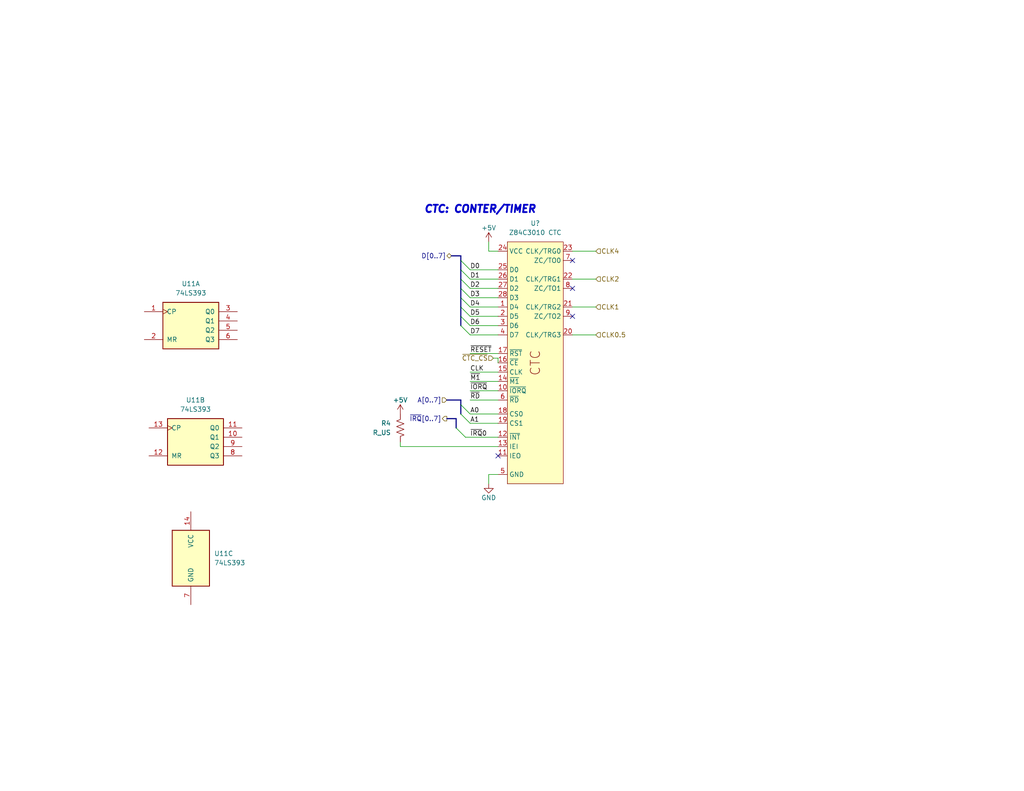
<source format=kicad_sch>
(kicad_sch (version 20230121) (generator eeschema)
  (paper "USLetter")
  (title_block (title "COM ports 3 and 4 (TTL)") (date "2023-08-07") (rev "1.1") (company "Frédéric Segard") (comment 1 "youtube.com/@microhobbyist.com"))
  (lib_symbols
    (symbol "+5V_1" (power) (pin_names (offset 0))
      (property "Value" "+5V_1" (at 0 3.556 0))
      (symbol "+5V_1_0_1"
        (polyline (pts (xy -0.762 1.27) (xy 0 2.54)))
        (polyline (pts (xy 0 0) (xy 0 2.54)))
        (polyline (pts (xy 0 2.54) (xy 0.762 1.27)))
      )
      (symbol "+5V_1_1_1"
        (pin power_in line (at 0 0 90) (length 0) hide (name "+5V") (number "1"))
      )
    )
    (symbol "0_Library:Z84C30xx CTC"
      (property "Reference" "U" (at -7.62 1.27 0))
      (property "Value" "Z84C30xx CTC" (at 1.27 1.27 0))
      (symbol "Z84C30xx CTC_0_0"
        (text "CTC" (at 0 -33.02 900) (effects (font (size 2.54 2.54))))
      )
      (symbol "Z84C30xx CTC_0_1"
        (rectangle (start -7.62 0) (end 7.62 -66.04) (stroke (width 0.1524)) (fill (type background)))
      )
      (symbol "Z84C30xx CTC_1_1"
        (pin bidirectional line (at -10.16 -17.78 0) (length 2.54) (name "D4") (number "1"))
        (pin input line (at -10.16 -40.64 0) (length 2.54) (name "~{IORQ}") (number "10"))
        (pin output line (at -10.16 -58.42 0) (length 2.54) (name "IEO") (number "11"))
        (pin open_collector line (at -10.16 -53.34 0) (length 2.54) (name "~{INT}") (number "12"))
        (pin input line (at -10.16 -55.88 0) (length 2.54) (name "IEI") (number "13"))
        (pin input line (at -10.16 -38.1 0) (length 2.54) (name "~{M1}") (number "14"))
        (pin input line (at -10.16 -35.56 0) (length 2.54) (name "CLK") (number "15"))
        (pin input line (at -10.16 -33.02 0) (length 2.54) (name "~{CE}") (number "16"))
        (pin input line (at -10.16 -30.48 0) (length 2.54) (name "~{RST}") (number "17"))
        (pin input line (at -10.16 -46.99 0) (length 2.54) (name "CS0") (number "18"))
        (pin input line (at -10.16 -49.53 0) (length 2.54) (name "CS1") (number "19"))
        (pin bidirectional line (at -10.16 -20.32 0) (length 2.54) (name "D5") (number "2"))
        (pin input line (at 10.16 -25.4 180) (length 2.54) (name "CLK/TRG3") (number "20"))
        (pin input line (at 10.16 -17.78 180) (length 2.54) (name "CLK/TRG2") (number "21"))
        (pin input line (at 10.16 -10.16 180) (length 2.54) (name "CLK/TRG1") (number "22"))
        (pin input line (at 10.16 -2.54 180) (length 2.54) (name "CLK/TRG0") (number "23"))
        (pin power_in line (at -10.16 -2.54 0) (length 2.54) (name "VCC") (number "24"))
        (pin bidirectional line (at -10.16 -7.62 0) (length 2.54) (name "D0") (number "25"))
        (pin bidirectional line (at -10.16 -10.16 0) (length 2.54) (name "D1") (number "26"))
        (pin bidirectional line (at -10.16 -12.7 0) (length 2.54) (name "D2") (number "27"))
        (pin bidirectional line (at -10.16 -15.24 0) (length 2.54) (name "D3") (number "28"))
        (pin bidirectional line (at -10.16 -22.86 0) (length 2.54) (name "D6") (number "3"))
        (pin bidirectional line (at -10.16 -25.4 0) (length 2.54) (name "D7") (number "4"))
        (pin power_in line (at -10.16 -63.5 0) (length 2.54) (name "GND") (number "5"))
        (pin input line (at -10.16 -43.18 0) (length 2.54) (name "~{RD}") (number "6"))
        (pin output line (at 10.16 -5.08 180) (length 2.54) (name "ZC/TO0") (number "7"))
        (pin output line (at 10.16 -12.7 180) (length 2.54) (name "ZC/TO1") (number "8"))
        (pin output line (at 10.16 -20.32 180) (length 2.54) (name "ZC/TO2") (number "9"))
      )
    )
    (symbol "74xx:74LS393" (pin_names (offset 1.016))
      (property "Reference" "U" (at -7.62 8.89 0))
      (property "Value" "74LS393" (at -7.62 -8.89 0))
      (symbol "74LS393_1_0"
        (pin input clock (at -12.7 2.54 0) (length 5.08) (name "CP") (number "1"))
        (pin input line (at -12.7 -5.08 0) (length 5.08) (name "MR") (number "2"))
        (pin output line (at 12.7 2.54 180) (length 5.08) (name "Q0") (number "3"))
        (pin output line (at 12.7 0 180) (length 5.08) (name "Q1") (number "4"))
        (pin output line (at 12.7 -2.54 180) (length 5.08) (name "Q2") (number "5"))
        (pin output line (at 12.7 -5.08 180) (length 5.08) (name "Q3") (number "6"))
      )
      (symbol "74LS393_1_1"
        (rectangle (start -7.62 5.08) (end 7.62 -7.62) (stroke (width 0.254)) (fill (type background)))
      )
      (symbol "74LS393_2_0"
        (pin output line (at 12.7 0 180) (length 5.08) (name "Q1") (number "10"))
        (pin output line (at 12.7 2.54 180) (length 5.08) (name "Q0") (number "11"))
        (pin input line (at -12.7 -5.08 0) (length 5.08) (name "MR") (number "12"))
        (pin input clock (at -12.7 2.54 0) (length 5.08) (name "CP") (number "13"))
        (pin output line (at 12.7 -5.08 180) (length 5.08) (name "Q3") (number "8"))
        (pin output line (at 12.7 -2.54 180) (length 5.08) (name "Q2") (number "9"))
      )
      (symbol "74LS393_2_1"
        (rectangle (start -7.62 5.08) (end 7.62 -7.62) (stroke (width 0.254)) (fill (type background)))
      )
      (symbol "74LS393_3_0"
        (pin power_in line (at 0 12.7 270) (length 5.08) (name "VCC") (number "14"))
        (pin power_in line (at 0 -12.7 90) (length 5.08) (name "GND") (number "7"))
      )
      (symbol "74LS393_3_1"
        (rectangle (start -5.08 7.62) (end 5.08 -7.62) (stroke (width 0.254)) (fill (type background)))
      )
    )
    (symbol "Device:R_US" (pin_numbers hide) (pin_names (offset 0))
      (property "Reference" "R" (at 2.54 0 90))
      (property "Value" "R_US" (at -2.54 0 90))
      (symbol "R_US_0_1"
        (polyline (pts (xy 0 -2.286) (xy 0 -2.54)))
        (polyline (pts (xy 0 2.286) (xy 0 2.54)))
        (polyline (pts (xy 0 -0.762) (xy 1.016 -1.143) (xy 0 -1.524) (xy -1.016 -1.905) (xy 0 -2.286)))
        (polyline (pts (xy 0 0.762) (xy 1.016 0.381) (xy 0 0) (xy -1.016 -0.381) (xy 0 -0.762)))
        (polyline (pts (xy 0 2.286) (xy 1.016 1.905) (xy 0 1.524) (xy -1.016 1.143) (xy 0 0.762)))
      )
      (symbol "R_US_1_1"
        (pin passive line (at 0 3.81 270) (length 1.27) (name "~") (number "1"))
        (pin passive line (at 0 -3.81 90) (length 1.27) (name "~") (number "2"))
      )
    )
    (symbol "GND_1" (power) (pin_names (offset 0))
      (property "Value" "GND_1" (at 0 -3.81 0))
      (symbol "GND_1_0_1"
        (polyline (pts (xy 0 0) (xy 0 -1.27) (xy 1.27 -1.27) (xy 0 -2.54) (xy -1.27 -1.27) (xy 0 -1.27)))
      )
      (symbol "GND_1_1_1"
        (pin power_in line (at 0 0 270) (length 0) hide (name "GND") (number "1"))
      )
    )
  )
  (no_connect (at 156.21 86.36))
  (no_connect (at 156.21 71.12))
  (no_connect (at 156.21 78.74))
  (no_connect (at 135.89 124.46))
  (bus_entry (at 125.73 88.9) (size 2.54 2.54))
  (bus_entry (at 125.73 86.36) (size 2.54 2.54))
  (bus_entry (at 125.73 81.28) (size 2.54 2.54))
  (bus_entry (at 125.73 83.82) (size 2.54 2.54))
  (bus_entry (at 125.73 78.74) (size 2.54 2.54))
  (bus_entry (at 125.73 73.66) (size 2.54 2.54))
  (bus_entry (at 124.46 116.84) (size 2.54 2.54))
  (bus_entry (at 125.73 76.2) (size 2.54 2.54))
  (bus_entry (at 125.73 71.12) (size 2.54 2.54))
  (bus_entry (at 125.73 113.03) (size 2.54 2.54))
  (bus_entry (at 125.73 110.49) (size 2.54 2.54))
  (wire (pts (xy 128.27 88.9) (xy 135.89 88.9)))
  (wire (pts (xy 156.21 68.58) (xy 162.56 68.58)))
  (bus (pts (xy 124.46 114.3) (xy 124.46 116.84)))
  (wire (pts (xy 128.27 86.36) (xy 135.89 86.36)))
  (wire (pts (xy 127 119.38) (xy 135.89 119.38)))
  (wire (pts (xy 133.35 66.04) (xy 133.35 68.58)))
  (wire (pts (xy 133.35 129.54) (xy 133.35 132.08)))
  (wire (pts (xy 135.89 97.79) (xy 135.89 99.06)))
  (wire (pts (xy 109.22 121.92) (xy 135.89 121.92)))
  (bus (pts (xy 125.73 88.9) (xy 125.73 86.36)))
  (bus (pts (xy 125.73 81.28) (xy 125.73 78.74)))
  (wire (pts (xy 109.22 120.65) (xy 109.22 121.92)))
  (wire (pts (xy 128.27 83.82) (xy 135.89 83.82)))
  (wire (pts (xy 134.62 97.79) (xy 135.89 97.79)))
  (bus (pts (xy 121.92 114.3) (xy 124.46 114.3)))
  (bus (pts (xy 125.73 73.66) (xy 125.73 71.12)))
  (wire (pts (xy 156.21 91.44) (xy 162.56 91.44)))
  (wire (pts (xy 128.27 113.03) (xy 135.89 113.03)))
  (bus (pts (xy 125.73 113.03) (xy 125.73 110.49)))
  (bus (pts (xy 125.73 71.12) (xy 125.73 69.85)))
  (wire (pts (xy 128.27 81.28) (xy 135.89 81.28)))
  (wire (pts (xy 156.21 83.82) (xy 162.56 83.82)))
  (wire (pts (xy 128.27 78.74) (xy 135.89 78.74)))
  (wire (pts (xy 128.27 115.57) (xy 135.89 115.57)))
  (wire (pts (xy 128.27 101.6) (xy 135.89 101.6)))
  (wire (pts (xy 135.89 68.58) (xy 133.35 68.58)))
  (wire (pts (xy 128.27 91.44) (xy 135.89 91.44)))
  (wire (pts (xy 128.27 104.14) (xy 135.89 104.14)))
  (wire (pts (xy 128.27 96.52) (xy 135.89 96.52)))
  (wire (pts (xy 128.27 73.66) (xy 135.89 73.66)))
  (wire (pts (xy 128.27 76.2) (xy 135.89 76.2)))
  (bus (pts (xy 123.19 69.85) (xy 125.73 69.85)))
  (bus (pts (xy 125.73 78.74) (xy 125.73 76.2)))
  (wire (pts (xy 135.89 129.54) (xy 133.35 129.54)))
  (bus (pts (xy 125.73 83.82) (xy 125.73 81.28)))
  (wire (pts (xy 128.27 109.22) (xy 135.89 109.22)))
  (bus (pts (xy 125.73 86.36) (xy 125.73 83.82)))
  (bus (pts (xy 125.73 110.49) (xy 125.73 109.22)))
  (bus (pts (xy 121.92 109.22) (xy 125.73 109.22)))
  (wire (pts (xy 156.21 76.2) (xy 162.56 76.2)))
  (bus (pts (xy 125.73 76.2) (xy 125.73 73.66)))
  (wire (pts (xy 128.27 106.68) (xy 135.89 106.68)))
  (text "CTC: CONTER/TIMER" (at 115.57 58.42 0) (effects (font (size 2 2) (thickness 0.508) bold italic) (justify left bottom)))
  (label "D7" (at 128.27 91.44 0))
  (label "D2" (at 128.27 78.74 0))
  (label "D5" (at 128.27 86.36 0))
  (label "A1" (at 128.27 115.57 0))
  (label "~{IORQ}" (at 128.27 106.68 0))
  (label "A0" (at 128.27 113.03 0))
  (label "~{RESET}" (at 128.27 96.52 0))
  (label "~{RD}" (at 128.27 109.22 0))
  (label "D3" (at 128.27 81.28 0))
  (label "CLK" (at 128.27 101.6 0))
  (label "D0" (at 128.27 73.66 0))
  (label "~{M1}" (at 128.27 104.14 0))
  (label "~{IRQ}0" (at 128.27 119.38 0))
  (label "D4" (at 128.27 83.82 0))
  (label "D6" (at 128.27 88.9 0))
  (label "D1" (at 128.27 76.2 0))
  (hierarchical_label "D[0..7]" (shape bidirectional) (at 123.19 69.85 180))
  (hierarchical_label "CLK0.5" (shape input) (at 162.56 91.44 0))
  (hierarchical_label "CLK1" (shape input) (at 162.56 83.82 0))
  (hierarchical_label "CLK2" (shape input) (at 162.56 76.2 0))
  (hierarchical_label "CLK4" (shape input) (at 162.56 68.58 0))
  (hierarchical_label "A[0..7]" (shape input) (at 121.92 109.22 180))
  (hierarchical_label "~{IRQ}[0..7]" (shape output) (at 121.92 114.3 180))
  (hierarchical_label "~{CTC_CS}" (shape input) (at 134.62 97.79 180))
  (symbol (lib_name "GND_1") (lib_id "power:GND") (at 133.35 132.08 0) (unit 1)
    (property "Reference" "#PWR?" (effects hide))
    (property "Value" "GND" (at 133.35 135.89 0))
    (instances (project "2 - CPU and memory card with the essentials (rev 2)" (path "" (reference "#PWR?") (unit 1))) (project "2 - CPU and memory card with the essential peripherals" (path "" (reference "#PWR?") (unit 1))) (project "4 - Serial and CTC" (path "" (reference "#PWR?") (unit 1)) (path "" (reference "#PWR?") (unit 1)) (path "" (reference "#PWR026") (unit 1))))
  )
  (symbol (lib_id "74xx:74LS393") (at 52.07 152.4 0) (unit 3)
    (property "Reference" "U11" (at 58.42 151.13 0) (effects (justify left)))
    (property "Value" "74LS393" (at 58.42 153.67 0) (effects (justify left)))
    (property "Datasheet" "74xx\\74LS393.pdf" (effects hide))
  )
  (symbol (lib_id "0_Library:Z84C30xx CTC") (at 146.05 66.04 0) (unit 1)
    (property "Reference" "U?" (at 146.05 60.96 0))
    (property "Value" "Z84C3010 CTC" (at 146.05 63.5 0))
    (property "Footprint" "Package_DIP:DIP-28_W15.24mm_Socket" (effects hide))
    (property "Datasheet" "https://www.mouser.ca/datasheet/2/240/ps0181-2821199.pdf" (effects hide))
    (instances (project "2 - CPU and memory card with the essentials (rev 2)" (path "" (reference "U?") (unit 1))) (project "4 - Serial and CTC" (path "" (reference "U4") (unit 1))))
  )
  (symbol (lib_name "+5V_1") (lib_id "power:+5V") (at 109.22 113.03 0) (unit 1)
    (property "Reference" "#PWR?" (effects hide))
    (property "Value" "+5V" (at 109.22 109.22 0))
    (instances (project "2 - CPU and memory card with the essentials (rev 2)" (path "" (reference "#PWR?") (unit 1))) (project "2 - CPU and memory card with the essential peripherals" (path "" (reference "#PWR?") (unit 1))) (project "4 - Serial and CTC" (path "" (reference "#PWR?") (unit 1)) (path "" (reference "#PWR?") (unit 1)) (path "" (reference "#PWR024") (unit 1))))
  )
  (symbol (lib_name "+5V_1") (lib_id "power:+5V") (at 133.35 66.04 0) (unit 1)
    (property "Reference" "#PWR?" (effects hide))
    (property "Value" "+5V" (at 133.35 62.23 0))
    (instances (project "2 - CPU and memory card with the essentials (rev 2)" (path "" (reference "#PWR?") (unit 1))) (project "2 - CPU and memory card with the essential peripherals" (path "" (reference "#PWR?") (unit 1))) (project "4 - Serial and CTC" (path "" (reference "#PWR?") (unit 1)) (path "" (reference "#PWR?") (unit 1)) (path "" (reference "#PWR025") (unit 1))))
  )
  (symbol (lib_id "74xx:74LS393") (at 52.07 87.63 0) (unit 1)
    (property "Reference" "U11" (at 52.07 77.47 0))
    (property "Value" "74LS393" (at 52.07 80.01 0))
    (property "Datasheet" "74xx\\74LS393.pdf" (effects hide))
  )
  (symbol (lib_id "74xx:74LS393") (at 53.34 119.38 0) (unit 2)
    (property "Reference" "U11" (at 53.34 109.22 0))
    (property "Value" "74LS393" (at 53.34 111.76 0))
    (property "Datasheet" "74xx\\74LS393.pdf" (effects hide))
  )
  (symbol (lib_id "Device:R_US") (at 109.22 116.84 0) (mirror y) (unit 1)
    (property "Reference" "R4" (at 106.68 115.57 0) (effects (justify left)))
    (property "Value" "R_US" (at 106.68 118.11 0) (effects (justify left)))
    (property "Footprint" "Resistor_THT:R_Axial_DIN0207_L6.3mm_D2.5mm_P10.16mm_Horizontal" (effects hide))
  )
)
</source>
